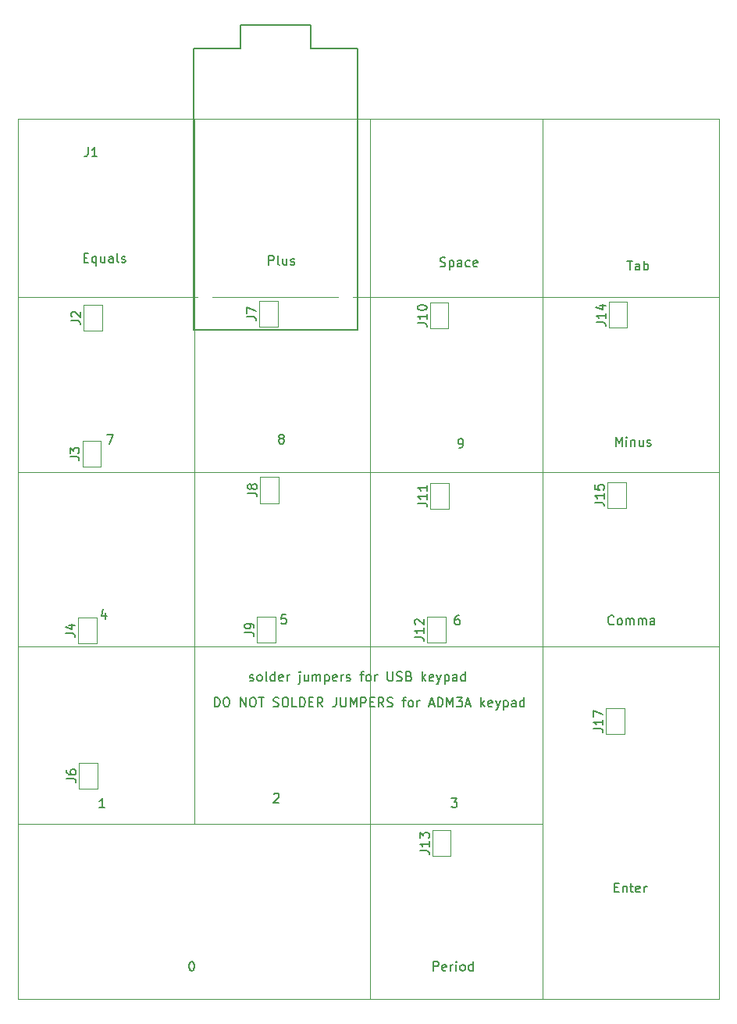
<source format=gto>
%TF.GenerationSoftware,KiCad,Pcbnew,(6.0.0)*%
%TF.CreationDate,2022-03-13T19:29:42-04:00*%
%TF.ProjectId,numpad_pcb,6e756d70-6164-45f7-9063-622e6b696361,rev?*%
%TF.SameCoordinates,Original*%
%TF.FileFunction,Legend,Top*%
%TF.FilePolarity,Positive*%
%FSLAX46Y46*%
G04 Gerber Fmt 4.6, Leading zero omitted, Abs format (unit mm)*
G04 Created by KiCad (PCBNEW (6.0.0)) date 2022-03-13 19:29:42*
%MOMM*%
%LPD*%
G01*
G04 APERTURE LIST*
G04 Aperture macros list*
%AMFreePoly0*
4,1,6,1.000000,0.000000,0.500000,-0.750000,-0.500000,-0.750000,-0.500000,0.750000,0.500000,0.750000,1.000000,0.000000,1.000000,0.000000,$1*%
%AMFreePoly1*
4,1,6,0.500000,-0.750000,-0.650000,-0.750000,-0.150000,0.000000,-0.650000,0.750000,0.500000,0.750000,0.500000,-0.750000,0.500000,-0.750000,$1*%
G04 Aperture macros list end*
%ADD10C,0.150000*%
%ADD11C,0.120000*%
%ADD12FreePoly0,90.000000*%
%ADD13FreePoly1,90.000000*%
%ADD14C,1.700000*%
%ADD15C,3.200000*%
%ADD16R,1.700000X1.700000*%
%ADD17O,1.700000X1.700000*%
%ADD18R,1.600000X1.600000*%
%ADD19C,1.600000*%
G04 APERTURE END LIST*
D10*
X130534285Y-108148380D02*
X130534285Y-107148380D01*
X130772380Y-107148380D01*
X130915238Y-107196000D01*
X131010476Y-107291238D01*
X131058095Y-107386476D01*
X131105714Y-107576952D01*
X131105714Y-107719809D01*
X131058095Y-107910285D01*
X131010476Y-108005523D01*
X130915238Y-108100761D01*
X130772380Y-108148380D01*
X130534285Y-108148380D01*
X131724761Y-107148380D02*
X131915238Y-107148380D01*
X132010476Y-107196000D01*
X132105714Y-107291238D01*
X132153333Y-107481714D01*
X132153333Y-107815047D01*
X132105714Y-108005523D01*
X132010476Y-108100761D01*
X131915238Y-108148380D01*
X131724761Y-108148380D01*
X131629523Y-108100761D01*
X131534285Y-108005523D01*
X131486666Y-107815047D01*
X131486666Y-107481714D01*
X131534285Y-107291238D01*
X131629523Y-107196000D01*
X131724761Y-107148380D01*
X133343809Y-108148380D02*
X133343809Y-107148380D01*
X133915238Y-108148380D01*
X133915238Y-107148380D01*
X134581904Y-107148380D02*
X134772380Y-107148380D01*
X134867619Y-107196000D01*
X134962857Y-107291238D01*
X135010476Y-107481714D01*
X135010476Y-107815047D01*
X134962857Y-108005523D01*
X134867619Y-108100761D01*
X134772380Y-108148380D01*
X134581904Y-108148380D01*
X134486666Y-108100761D01*
X134391428Y-108005523D01*
X134343809Y-107815047D01*
X134343809Y-107481714D01*
X134391428Y-107291238D01*
X134486666Y-107196000D01*
X134581904Y-107148380D01*
X135296190Y-107148380D02*
X135867619Y-107148380D01*
X135581904Y-108148380D02*
X135581904Y-107148380D01*
X136915238Y-108100761D02*
X137058095Y-108148380D01*
X137296190Y-108148380D01*
X137391428Y-108100761D01*
X137439047Y-108053142D01*
X137486666Y-107957904D01*
X137486666Y-107862666D01*
X137439047Y-107767428D01*
X137391428Y-107719809D01*
X137296190Y-107672190D01*
X137105714Y-107624571D01*
X137010476Y-107576952D01*
X136962857Y-107529333D01*
X136915238Y-107434095D01*
X136915238Y-107338857D01*
X136962857Y-107243619D01*
X137010476Y-107196000D01*
X137105714Y-107148380D01*
X137343809Y-107148380D01*
X137486666Y-107196000D01*
X138105714Y-107148380D02*
X138296190Y-107148380D01*
X138391428Y-107196000D01*
X138486666Y-107291238D01*
X138534285Y-107481714D01*
X138534285Y-107815047D01*
X138486666Y-108005523D01*
X138391428Y-108100761D01*
X138296190Y-108148380D01*
X138105714Y-108148380D01*
X138010476Y-108100761D01*
X137915238Y-108005523D01*
X137867619Y-107815047D01*
X137867619Y-107481714D01*
X137915238Y-107291238D01*
X138010476Y-107196000D01*
X138105714Y-107148380D01*
X139439047Y-108148380D02*
X138962857Y-108148380D01*
X138962857Y-107148380D01*
X139772380Y-108148380D02*
X139772380Y-107148380D01*
X140010476Y-107148380D01*
X140153333Y-107196000D01*
X140248571Y-107291238D01*
X140296190Y-107386476D01*
X140343809Y-107576952D01*
X140343809Y-107719809D01*
X140296190Y-107910285D01*
X140248571Y-108005523D01*
X140153333Y-108100761D01*
X140010476Y-108148380D01*
X139772380Y-108148380D01*
X140772380Y-107624571D02*
X141105714Y-107624571D01*
X141248571Y-108148380D02*
X140772380Y-108148380D01*
X140772380Y-107148380D01*
X141248571Y-107148380D01*
X142248571Y-108148380D02*
X141915238Y-107672190D01*
X141677142Y-108148380D02*
X141677142Y-107148380D01*
X142058095Y-107148380D01*
X142153333Y-107196000D01*
X142200952Y-107243619D01*
X142248571Y-107338857D01*
X142248571Y-107481714D01*
X142200952Y-107576952D01*
X142153333Y-107624571D01*
X142058095Y-107672190D01*
X141677142Y-107672190D01*
X143724761Y-107148380D02*
X143724761Y-107862666D01*
X143677142Y-108005523D01*
X143581904Y-108100761D01*
X143439047Y-108148380D01*
X143343809Y-108148380D01*
X144200952Y-107148380D02*
X144200952Y-107957904D01*
X144248571Y-108053142D01*
X144296190Y-108100761D01*
X144391428Y-108148380D01*
X144581904Y-108148380D01*
X144677142Y-108100761D01*
X144724761Y-108053142D01*
X144772380Y-107957904D01*
X144772380Y-107148380D01*
X145248571Y-108148380D02*
X145248571Y-107148380D01*
X145581904Y-107862666D01*
X145915238Y-107148380D01*
X145915238Y-108148380D01*
X146391428Y-108148380D02*
X146391428Y-107148380D01*
X146772380Y-107148380D01*
X146867619Y-107196000D01*
X146915238Y-107243619D01*
X146962857Y-107338857D01*
X146962857Y-107481714D01*
X146915238Y-107576952D01*
X146867619Y-107624571D01*
X146772380Y-107672190D01*
X146391428Y-107672190D01*
X147391428Y-107624571D02*
X147724761Y-107624571D01*
X147867619Y-108148380D02*
X147391428Y-108148380D01*
X147391428Y-107148380D01*
X147867619Y-107148380D01*
X148867619Y-108148380D02*
X148534285Y-107672190D01*
X148296190Y-108148380D02*
X148296190Y-107148380D01*
X148677142Y-107148380D01*
X148772380Y-107196000D01*
X148820000Y-107243619D01*
X148867619Y-107338857D01*
X148867619Y-107481714D01*
X148820000Y-107576952D01*
X148772380Y-107624571D01*
X148677142Y-107672190D01*
X148296190Y-107672190D01*
X149248571Y-108100761D02*
X149391428Y-108148380D01*
X149629523Y-108148380D01*
X149724761Y-108100761D01*
X149772380Y-108053142D01*
X149820000Y-107957904D01*
X149820000Y-107862666D01*
X149772380Y-107767428D01*
X149724761Y-107719809D01*
X149629523Y-107672190D01*
X149439047Y-107624571D01*
X149343809Y-107576952D01*
X149296190Y-107529333D01*
X149248571Y-107434095D01*
X149248571Y-107338857D01*
X149296190Y-107243619D01*
X149343809Y-107196000D01*
X149439047Y-107148380D01*
X149677142Y-107148380D01*
X149820000Y-107196000D01*
X150867619Y-107481714D02*
X151248571Y-107481714D01*
X151010476Y-108148380D02*
X151010476Y-107291238D01*
X151058095Y-107196000D01*
X151153333Y-107148380D01*
X151248571Y-107148380D01*
X151724761Y-108148380D02*
X151629523Y-108100761D01*
X151581904Y-108053142D01*
X151534285Y-107957904D01*
X151534285Y-107672190D01*
X151581904Y-107576952D01*
X151629523Y-107529333D01*
X151724761Y-107481714D01*
X151867619Y-107481714D01*
X151962857Y-107529333D01*
X152010476Y-107576952D01*
X152058095Y-107672190D01*
X152058095Y-107957904D01*
X152010476Y-108053142D01*
X151962857Y-108100761D01*
X151867619Y-108148380D01*
X151724761Y-108148380D01*
X152486666Y-108148380D02*
X152486666Y-107481714D01*
X152486666Y-107672190D02*
X152534285Y-107576952D01*
X152581904Y-107529333D01*
X152677142Y-107481714D01*
X152772380Y-107481714D01*
X153820000Y-107862666D02*
X154296190Y-107862666D01*
X153724761Y-108148380D02*
X154058095Y-107148380D01*
X154391428Y-108148380D01*
X154724761Y-108148380D02*
X154724761Y-107148380D01*
X154962857Y-107148380D01*
X155105714Y-107196000D01*
X155200952Y-107291238D01*
X155248571Y-107386476D01*
X155296190Y-107576952D01*
X155296190Y-107719809D01*
X155248571Y-107910285D01*
X155200952Y-108005523D01*
X155105714Y-108100761D01*
X154962857Y-108148380D01*
X154724761Y-108148380D01*
X155724761Y-108148380D02*
X155724761Y-107148380D01*
X156058095Y-107862666D01*
X156391428Y-107148380D01*
X156391428Y-108148380D01*
X156772380Y-107148380D02*
X157391428Y-107148380D01*
X157058095Y-107529333D01*
X157200952Y-107529333D01*
X157296190Y-107576952D01*
X157343809Y-107624571D01*
X157391428Y-107719809D01*
X157391428Y-107957904D01*
X157343809Y-108053142D01*
X157296190Y-108100761D01*
X157200952Y-108148380D01*
X156915238Y-108148380D01*
X156820000Y-108100761D01*
X156772380Y-108053142D01*
X157772380Y-107862666D02*
X158248571Y-107862666D01*
X157677142Y-108148380D02*
X158010476Y-107148380D01*
X158343809Y-108148380D01*
X159439047Y-108148380D02*
X159439047Y-107148380D01*
X159534285Y-107767428D02*
X159820000Y-108148380D01*
X159820000Y-107481714D02*
X159439047Y-107862666D01*
X160629523Y-108100761D02*
X160534285Y-108148380D01*
X160343809Y-108148380D01*
X160248571Y-108100761D01*
X160200952Y-108005523D01*
X160200952Y-107624571D01*
X160248571Y-107529333D01*
X160343809Y-107481714D01*
X160534285Y-107481714D01*
X160629523Y-107529333D01*
X160677142Y-107624571D01*
X160677142Y-107719809D01*
X160200952Y-107815047D01*
X161010476Y-107481714D02*
X161248571Y-108148380D01*
X161486666Y-107481714D02*
X161248571Y-108148380D01*
X161153333Y-108386476D01*
X161105714Y-108434095D01*
X161010476Y-108481714D01*
X161867619Y-107481714D02*
X161867619Y-108481714D01*
X161867619Y-107529333D02*
X161962857Y-107481714D01*
X162153333Y-107481714D01*
X162248571Y-107529333D01*
X162296190Y-107576952D01*
X162343809Y-107672190D01*
X162343809Y-107957904D01*
X162296190Y-108053142D01*
X162248571Y-108100761D01*
X162153333Y-108148380D01*
X161962857Y-108148380D01*
X161867619Y-108100761D01*
X163200952Y-108148380D02*
X163200952Y-107624571D01*
X163153333Y-107529333D01*
X163058095Y-107481714D01*
X162867619Y-107481714D01*
X162772380Y-107529333D01*
X163200952Y-108100761D02*
X163105714Y-108148380D01*
X162867619Y-108148380D01*
X162772380Y-108100761D01*
X162724761Y-108005523D01*
X162724761Y-107910285D01*
X162772380Y-107815047D01*
X162867619Y-107767428D01*
X163105714Y-107767428D01*
X163200952Y-107719809D01*
X164105714Y-108148380D02*
X164105714Y-107148380D01*
X164105714Y-108100761D02*
X164010476Y-108148380D01*
X163820000Y-108148380D01*
X163724761Y-108100761D01*
X163677142Y-108053142D01*
X163629523Y-107957904D01*
X163629523Y-107672190D01*
X163677142Y-107576952D01*
X163724761Y-107529333D01*
X163820000Y-107481714D01*
X164010476Y-107481714D01*
X164105714Y-107529333D01*
X134335714Y-105306761D02*
X134430952Y-105354380D01*
X134621428Y-105354380D01*
X134716666Y-105306761D01*
X134764285Y-105211523D01*
X134764285Y-105163904D01*
X134716666Y-105068666D01*
X134621428Y-105021047D01*
X134478571Y-105021047D01*
X134383333Y-104973428D01*
X134335714Y-104878190D01*
X134335714Y-104830571D01*
X134383333Y-104735333D01*
X134478571Y-104687714D01*
X134621428Y-104687714D01*
X134716666Y-104735333D01*
X135335714Y-105354380D02*
X135240476Y-105306761D01*
X135192857Y-105259142D01*
X135145238Y-105163904D01*
X135145238Y-104878190D01*
X135192857Y-104782952D01*
X135240476Y-104735333D01*
X135335714Y-104687714D01*
X135478571Y-104687714D01*
X135573809Y-104735333D01*
X135621428Y-104782952D01*
X135669047Y-104878190D01*
X135669047Y-105163904D01*
X135621428Y-105259142D01*
X135573809Y-105306761D01*
X135478571Y-105354380D01*
X135335714Y-105354380D01*
X136240476Y-105354380D02*
X136145238Y-105306761D01*
X136097619Y-105211523D01*
X136097619Y-104354380D01*
X137050000Y-105354380D02*
X137050000Y-104354380D01*
X137050000Y-105306761D02*
X136954761Y-105354380D01*
X136764285Y-105354380D01*
X136669047Y-105306761D01*
X136621428Y-105259142D01*
X136573809Y-105163904D01*
X136573809Y-104878190D01*
X136621428Y-104782952D01*
X136669047Y-104735333D01*
X136764285Y-104687714D01*
X136954761Y-104687714D01*
X137050000Y-104735333D01*
X137907142Y-105306761D02*
X137811904Y-105354380D01*
X137621428Y-105354380D01*
X137526190Y-105306761D01*
X137478571Y-105211523D01*
X137478571Y-104830571D01*
X137526190Y-104735333D01*
X137621428Y-104687714D01*
X137811904Y-104687714D01*
X137907142Y-104735333D01*
X137954761Y-104830571D01*
X137954761Y-104925809D01*
X137478571Y-105021047D01*
X138383333Y-105354380D02*
X138383333Y-104687714D01*
X138383333Y-104878190D02*
X138430952Y-104782952D01*
X138478571Y-104735333D01*
X138573809Y-104687714D01*
X138669047Y-104687714D01*
X139764285Y-104687714D02*
X139764285Y-105544857D01*
X139716666Y-105640095D01*
X139621428Y-105687714D01*
X139573809Y-105687714D01*
X139764285Y-104354380D02*
X139716666Y-104402000D01*
X139764285Y-104449619D01*
X139811904Y-104402000D01*
X139764285Y-104354380D01*
X139764285Y-104449619D01*
X140669047Y-104687714D02*
X140669047Y-105354380D01*
X140240476Y-104687714D02*
X140240476Y-105211523D01*
X140288095Y-105306761D01*
X140383333Y-105354380D01*
X140526190Y-105354380D01*
X140621428Y-105306761D01*
X140669047Y-105259142D01*
X141145238Y-105354380D02*
X141145238Y-104687714D01*
X141145238Y-104782952D02*
X141192857Y-104735333D01*
X141288095Y-104687714D01*
X141430952Y-104687714D01*
X141526190Y-104735333D01*
X141573809Y-104830571D01*
X141573809Y-105354380D01*
X141573809Y-104830571D02*
X141621428Y-104735333D01*
X141716666Y-104687714D01*
X141859523Y-104687714D01*
X141954761Y-104735333D01*
X142002380Y-104830571D01*
X142002380Y-105354380D01*
X142478571Y-104687714D02*
X142478571Y-105687714D01*
X142478571Y-104735333D02*
X142573809Y-104687714D01*
X142764285Y-104687714D01*
X142859523Y-104735333D01*
X142907142Y-104782952D01*
X142954761Y-104878190D01*
X142954761Y-105163904D01*
X142907142Y-105259142D01*
X142859523Y-105306761D01*
X142764285Y-105354380D01*
X142573809Y-105354380D01*
X142478571Y-105306761D01*
X143764285Y-105306761D02*
X143669047Y-105354380D01*
X143478571Y-105354380D01*
X143383333Y-105306761D01*
X143335714Y-105211523D01*
X143335714Y-104830571D01*
X143383333Y-104735333D01*
X143478571Y-104687714D01*
X143669047Y-104687714D01*
X143764285Y-104735333D01*
X143811904Y-104830571D01*
X143811904Y-104925809D01*
X143335714Y-105021047D01*
X144240476Y-105354380D02*
X144240476Y-104687714D01*
X144240476Y-104878190D02*
X144288095Y-104782952D01*
X144335714Y-104735333D01*
X144430952Y-104687714D01*
X144526190Y-104687714D01*
X144811904Y-105306761D02*
X144907142Y-105354380D01*
X145097619Y-105354380D01*
X145192857Y-105306761D01*
X145240476Y-105211523D01*
X145240476Y-105163904D01*
X145192857Y-105068666D01*
X145097619Y-105021047D01*
X144954761Y-105021047D01*
X144859523Y-104973428D01*
X144811904Y-104878190D01*
X144811904Y-104830571D01*
X144859523Y-104735333D01*
X144954761Y-104687714D01*
X145097619Y-104687714D01*
X145192857Y-104735333D01*
X146288095Y-104687714D02*
X146669047Y-104687714D01*
X146430952Y-105354380D02*
X146430952Y-104497238D01*
X146478571Y-104402000D01*
X146573809Y-104354380D01*
X146669047Y-104354380D01*
X147145238Y-105354380D02*
X147050000Y-105306761D01*
X147002380Y-105259142D01*
X146954761Y-105163904D01*
X146954761Y-104878190D01*
X147002380Y-104782952D01*
X147050000Y-104735333D01*
X147145238Y-104687714D01*
X147288095Y-104687714D01*
X147383333Y-104735333D01*
X147430952Y-104782952D01*
X147478571Y-104878190D01*
X147478571Y-105163904D01*
X147430952Y-105259142D01*
X147383333Y-105306761D01*
X147288095Y-105354380D01*
X147145238Y-105354380D01*
X147907142Y-105354380D02*
X147907142Y-104687714D01*
X147907142Y-104878190D02*
X147954761Y-104782952D01*
X148002380Y-104735333D01*
X148097619Y-104687714D01*
X148192857Y-104687714D01*
X149288095Y-104354380D02*
X149288095Y-105163904D01*
X149335714Y-105259142D01*
X149383333Y-105306761D01*
X149478571Y-105354380D01*
X149669047Y-105354380D01*
X149764285Y-105306761D01*
X149811904Y-105259142D01*
X149859523Y-105163904D01*
X149859523Y-104354380D01*
X150288095Y-105306761D02*
X150430952Y-105354380D01*
X150669047Y-105354380D01*
X150764285Y-105306761D01*
X150811904Y-105259142D01*
X150859523Y-105163904D01*
X150859523Y-105068666D01*
X150811904Y-104973428D01*
X150764285Y-104925809D01*
X150669047Y-104878190D01*
X150478571Y-104830571D01*
X150383333Y-104782952D01*
X150335714Y-104735333D01*
X150288095Y-104640095D01*
X150288095Y-104544857D01*
X150335714Y-104449619D01*
X150383333Y-104402000D01*
X150478571Y-104354380D01*
X150716666Y-104354380D01*
X150859523Y-104402000D01*
X151621428Y-104830571D02*
X151764285Y-104878190D01*
X151811904Y-104925809D01*
X151859523Y-105021047D01*
X151859523Y-105163904D01*
X151811904Y-105259142D01*
X151764285Y-105306761D01*
X151669047Y-105354380D01*
X151288095Y-105354380D01*
X151288095Y-104354380D01*
X151621428Y-104354380D01*
X151716666Y-104402000D01*
X151764285Y-104449619D01*
X151811904Y-104544857D01*
X151811904Y-104640095D01*
X151764285Y-104735333D01*
X151716666Y-104782952D01*
X151621428Y-104830571D01*
X151288095Y-104830571D01*
X153050000Y-105354380D02*
X153050000Y-104354380D01*
X153145238Y-104973428D02*
X153430952Y-105354380D01*
X153430952Y-104687714D02*
X153050000Y-105068666D01*
X154240476Y-105306761D02*
X154145238Y-105354380D01*
X153954761Y-105354380D01*
X153859523Y-105306761D01*
X153811904Y-105211523D01*
X153811904Y-104830571D01*
X153859523Y-104735333D01*
X153954761Y-104687714D01*
X154145238Y-104687714D01*
X154240476Y-104735333D01*
X154288095Y-104830571D01*
X154288095Y-104925809D01*
X153811904Y-105021047D01*
X154621428Y-104687714D02*
X154859523Y-105354380D01*
X155097619Y-104687714D02*
X154859523Y-105354380D01*
X154764285Y-105592476D01*
X154716666Y-105640095D01*
X154621428Y-105687714D01*
X155478571Y-104687714D02*
X155478571Y-105687714D01*
X155478571Y-104735333D02*
X155573809Y-104687714D01*
X155764285Y-104687714D01*
X155859523Y-104735333D01*
X155907142Y-104782952D01*
X155954761Y-104878190D01*
X155954761Y-105163904D01*
X155907142Y-105259142D01*
X155859523Y-105306761D01*
X155764285Y-105354380D01*
X155573809Y-105354380D01*
X155478571Y-105306761D01*
X156811904Y-105354380D02*
X156811904Y-104830571D01*
X156764285Y-104735333D01*
X156669047Y-104687714D01*
X156478571Y-104687714D01*
X156383333Y-104735333D01*
X156811904Y-105306761D02*
X156716666Y-105354380D01*
X156478571Y-105354380D01*
X156383333Y-105306761D01*
X156335714Y-105211523D01*
X156335714Y-105116285D01*
X156383333Y-105021047D01*
X156478571Y-104973428D01*
X156716666Y-104973428D01*
X156811904Y-104925809D01*
X157716666Y-105354380D02*
X157716666Y-104354380D01*
X157716666Y-105306761D02*
X157621428Y-105354380D01*
X157430952Y-105354380D01*
X157335714Y-105306761D01*
X157288095Y-105259142D01*
X157240476Y-105163904D01*
X157240476Y-104878190D01*
X157288095Y-104782952D01*
X157335714Y-104735333D01*
X157430952Y-104687714D01*
X157621428Y-104687714D01*
X157716666Y-104735333D01*
%TO.C,J11*%
X152592380Y-86116523D02*
X153306666Y-86116523D01*
X153449523Y-86164142D01*
X153544761Y-86259380D01*
X153592380Y-86402238D01*
X153592380Y-86497476D01*
X153592380Y-85116523D02*
X153592380Y-85687952D01*
X153592380Y-85402238D02*
X152592380Y-85402238D01*
X152735238Y-85497476D01*
X152830476Y-85592714D01*
X152878095Y-85687952D01*
X153592380Y-84164142D02*
X153592380Y-84735571D01*
X153592380Y-84449857D02*
X152592380Y-84449857D01*
X152735238Y-84545095D01*
X152830476Y-84640333D01*
X152878095Y-84735571D01*
%TO.C,J7*%
X134024980Y-65890733D02*
X134739266Y-65890733D01*
X134882123Y-65938352D01*
X134977361Y-66033590D01*
X135024980Y-66176447D01*
X135024980Y-66271685D01*
X134024980Y-65509780D02*
X134024980Y-64843114D01*
X135024980Y-65271685D01*
%TO.C,J8*%
X134126580Y-85016933D02*
X134840866Y-85016933D01*
X134983723Y-85064552D01*
X135078961Y-85159790D01*
X135126580Y-85302647D01*
X135126580Y-85397885D01*
X134555152Y-84397885D02*
X134507533Y-84493123D01*
X134459914Y-84540742D01*
X134364676Y-84588361D01*
X134317057Y-84588361D01*
X134221819Y-84540742D01*
X134174200Y-84493123D01*
X134126580Y-84397885D01*
X134126580Y-84207409D01*
X134174200Y-84112171D01*
X134221819Y-84064552D01*
X134317057Y-84016933D01*
X134364676Y-84016933D01*
X134459914Y-84064552D01*
X134507533Y-84112171D01*
X134555152Y-84207409D01*
X134555152Y-84397885D01*
X134602771Y-84493123D01*
X134650390Y-84540742D01*
X134745628Y-84588361D01*
X134936104Y-84588361D01*
X135031342Y-84540742D01*
X135078961Y-84493123D01*
X135126580Y-84397885D01*
X135126580Y-84207409D01*
X135078961Y-84112171D01*
X135031342Y-84064552D01*
X134936104Y-84016933D01*
X134745628Y-84016933D01*
X134650390Y-84064552D01*
X134602771Y-84112171D01*
X134555152Y-84207409D01*
%TO.C,J15*%
X171769380Y-86026523D02*
X172483666Y-86026523D01*
X172626523Y-86074142D01*
X172721761Y-86169380D01*
X172769380Y-86312238D01*
X172769380Y-86407476D01*
X172769380Y-85026523D02*
X172769380Y-85597952D01*
X172769380Y-85312238D02*
X171769380Y-85312238D01*
X171912238Y-85407476D01*
X172007476Y-85502714D01*
X172055095Y-85597952D01*
X171769380Y-84121761D02*
X171769380Y-84597952D01*
X172245571Y-84645571D01*
X172197952Y-84597952D01*
X172150333Y-84502714D01*
X172150333Y-84264619D01*
X172197952Y-84169380D01*
X172245571Y-84121761D01*
X172340809Y-84074142D01*
X172578904Y-84074142D01*
X172674142Y-84121761D01*
X172721761Y-84169380D01*
X172769380Y-84264619D01*
X172769380Y-84502714D01*
X172721761Y-84597952D01*
X172674142Y-84645571D01*
%TO.C,J14*%
X171921780Y-66519323D02*
X172636066Y-66519323D01*
X172778923Y-66566942D01*
X172874161Y-66662180D01*
X172921780Y-66805038D01*
X172921780Y-66900276D01*
X172921780Y-65519323D02*
X172921780Y-66090752D01*
X172921780Y-65805038D02*
X171921780Y-65805038D01*
X172064638Y-65900276D01*
X172159876Y-65995514D01*
X172207495Y-66090752D01*
X172255114Y-64662180D02*
X172921780Y-64662180D01*
X171874161Y-64900276D02*
X172588447Y-65138371D01*
X172588447Y-64519323D01*
%TO.C,J1*%
X116796666Y-47542380D02*
X116796666Y-48256666D01*
X116749047Y-48399523D01*
X116653809Y-48494761D01*
X116510952Y-48542380D01*
X116415714Y-48542380D01*
X117796666Y-48542380D02*
X117225238Y-48542380D01*
X117510952Y-48542380D02*
X117510952Y-47542380D01*
X117415714Y-47685238D01*
X117320476Y-47780476D01*
X117225238Y-47828095D01*
X118700476Y-97975714D02*
X118700476Y-98642380D01*
X118462380Y-97594761D02*
X118224285Y-98309047D01*
X118843333Y-98309047D01*
X173811428Y-99177142D02*
X173763809Y-99224761D01*
X173620952Y-99272380D01*
X173525714Y-99272380D01*
X173382857Y-99224761D01*
X173287619Y-99129523D01*
X173240000Y-99034285D01*
X173192380Y-98843809D01*
X173192380Y-98700952D01*
X173240000Y-98510476D01*
X173287619Y-98415238D01*
X173382857Y-98320000D01*
X173525714Y-98272380D01*
X173620952Y-98272380D01*
X173763809Y-98320000D01*
X173811428Y-98367619D01*
X174382857Y-99272380D02*
X174287619Y-99224761D01*
X174240000Y-99177142D01*
X174192380Y-99081904D01*
X174192380Y-98796190D01*
X174240000Y-98700952D01*
X174287619Y-98653333D01*
X174382857Y-98605714D01*
X174525714Y-98605714D01*
X174620952Y-98653333D01*
X174668571Y-98700952D01*
X174716190Y-98796190D01*
X174716190Y-99081904D01*
X174668571Y-99177142D01*
X174620952Y-99224761D01*
X174525714Y-99272380D01*
X174382857Y-99272380D01*
X175144761Y-99272380D02*
X175144761Y-98605714D01*
X175144761Y-98700952D02*
X175192380Y-98653333D01*
X175287619Y-98605714D01*
X175430476Y-98605714D01*
X175525714Y-98653333D01*
X175573333Y-98748571D01*
X175573333Y-99272380D01*
X175573333Y-98748571D02*
X175620952Y-98653333D01*
X175716190Y-98605714D01*
X175859047Y-98605714D01*
X175954285Y-98653333D01*
X176001904Y-98748571D01*
X176001904Y-99272380D01*
X176478095Y-99272380D02*
X176478095Y-98605714D01*
X176478095Y-98700952D02*
X176525714Y-98653333D01*
X176620952Y-98605714D01*
X176763809Y-98605714D01*
X176859047Y-98653333D01*
X176906666Y-98748571D01*
X176906666Y-99272380D01*
X176906666Y-98748571D02*
X176954285Y-98653333D01*
X177049523Y-98605714D01*
X177192380Y-98605714D01*
X177287619Y-98653333D01*
X177335238Y-98748571D01*
X177335238Y-99272380D01*
X178240000Y-99272380D02*
X178240000Y-98748571D01*
X178192380Y-98653333D01*
X178097142Y-98605714D01*
X177906666Y-98605714D01*
X177811428Y-98653333D01*
X178240000Y-99224761D02*
X178144761Y-99272380D01*
X177906666Y-99272380D01*
X177811428Y-99224761D01*
X177763809Y-99129523D01*
X177763809Y-99034285D01*
X177811428Y-98939047D01*
X177906666Y-98891428D01*
X178144761Y-98891428D01*
X178240000Y-98843809D01*
X118615714Y-119062380D02*
X118044285Y-119062380D01*
X118330000Y-119062380D02*
X118330000Y-118062380D01*
X118234761Y-118205238D01*
X118139523Y-118300476D01*
X118044285Y-118348095D01*
X174049047Y-79922380D02*
X174049047Y-78922380D01*
X174382380Y-79636666D01*
X174715714Y-78922380D01*
X174715714Y-79922380D01*
X175191904Y-79922380D02*
X175191904Y-79255714D01*
X175191904Y-78922380D02*
X175144285Y-78970000D01*
X175191904Y-79017619D01*
X175239523Y-78970000D01*
X175191904Y-78922380D01*
X175191904Y-79017619D01*
X175668095Y-79255714D02*
X175668095Y-79922380D01*
X175668095Y-79350952D02*
X175715714Y-79303333D01*
X175810952Y-79255714D01*
X175953809Y-79255714D01*
X176049047Y-79303333D01*
X176096666Y-79398571D01*
X176096666Y-79922380D01*
X177001428Y-79255714D02*
X177001428Y-79922380D01*
X176572857Y-79255714D02*
X176572857Y-79779523D01*
X176620476Y-79874761D01*
X176715714Y-79922380D01*
X176858571Y-79922380D01*
X176953809Y-79874761D01*
X177001428Y-79827142D01*
X177430000Y-79874761D02*
X177525238Y-79922380D01*
X177715714Y-79922380D01*
X177810952Y-79874761D01*
X177858571Y-79779523D01*
X177858571Y-79731904D01*
X177810952Y-79636666D01*
X177715714Y-79589047D01*
X177572857Y-79589047D01*
X177477619Y-79541428D01*
X177430000Y-79446190D01*
X177430000Y-79398571D01*
X177477619Y-79303333D01*
X177572857Y-79255714D01*
X177715714Y-79255714D01*
X177810952Y-79303333D01*
X173879523Y-127718571D02*
X174212857Y-127718571D01*
X174355714Y-128242380D02*
X173879523Y-128242380D01*
X173879523Y-127242380D01*
X174355714Y-127242380D01*
X174784285Y-127575714D02*
X174784285Y-128242380D01*
X174784285Y-127670952D02*
X174831904Y-127623333D01*
X174927142Y-127575714D01*
X175070000Y-127575714D01*
X175165238Y-127623333D01*
X175212857Y-127718571D01*
X175212857Y-128242380D01*
X175546190Y-127575714D02*
X175927142Y-127575714D01*
X175689047Y-127242380D02*
X175689047Y-128099523D01*
X175736666Y-128194761D01*
X175831904Y-128242380D01*
X175927142Y-128242380D01*
X176641428Y-128194761D02*
X176546190Y-128242380D01*
X176355714Y-128242380D01*
X176260476Y-128194761D01*
X176212857Y-128099523D01*
X176212857Y-127718571D01*
X176260476Y-127623333D01*
X176355714Y-127575714D01*
X176546190Y-127575714D01*
X176641428Y-127623333D01*
X176689047Y-127718571D01*
X176689047Y-127813809D01*
X176212857Y-127909047D01*
X177117619Y-128242380D02*
X177117619Y-127575714D01*
X177117619Y-127766190D02*
X177165238Y-127670952D01*
X177212857Y-127623333D01*
X177308095Y-127575714D01*
X177403333Y-127575714D01*
X136389047Y-60302380D02*
X136389047Y-59302380D01*
X136770000Y-59302380D01*
X136865238Y-59350000D01*
X136912857Y-59397619D01*
X136960476Y-59492857D01*
X136960476Y-59635714D01*
X136912857Y-59730952D01*
X136865238Y-59778571D01*
X136770000Y-59826190D01*
X136389047Y-59826190D01*
X137531904Y-60302380D02*
X137436666Y-60254761D01*
X137389047Y-60159523D01*
X137389047Y-59302380D01*
X138341428Y-59635714D02*
X138341428Y-60302380D01*
X137912857Y-59635714D02*
X137912857Y-60159523D01*
X137960476Y-60254761D01*
X138055714Y-60302380D01*
X138198571Y-60302380D01*
X138293809Y-60254761D01*
X138341428Y-60207142D01*
X138770000Y-60254761D02*
X138865238Y-60302380D01*
X139055714Y-60302380D01*
X139150952Y-60254761D01*
X139198571Y-60159523D01*
X139198571Y-60111904D01*
X139150952Y-60016666D01*
X139055714Y-59969047D01*
X138912857Y-59969047D01*
X138817619Y-59921428D01*
X138770000Y-59826190D01*
X138770000Y-59778571D01*
X138817619Y-59683333D01*
X138912857Y-59635714D01*
X139055714Y-59635714D01*
X139150952Y-59683333D01*
X136944285Y-117617619D02*
X136991904Y-117570000D01*
X137087142Y-117522380D01*
X137325238Y-117522380D01*
X137420476Y-117570000D01*
X137468095Y-117617619D01*
X137515714Y-117712857D01*
X137515714Y-117808095D01*
X137468095Y-117950952D01*
X136896666Y-118522380D01*
X137515714Y-118522380D01*
X138278095Y-98182380D02*
X137801904Y-98182380D01*
X137754285Y-98658571D01*
X137801904Y-98610952D01*
X137897142Y-98563333D01*
X138135238Y-98563333D01*
X138230476Y-98610952D01*
X138278095Y-98658571D01*
X138325714Y-98753809D01*
X138325714Y-98991904D01*
X138278095Y-99087142D01*
X138230476Y-99134761D01*
X138135238Y-99182380D01*
X137897142Y-99182380D01*
X137801904Y-99134761D01*
X137754285Y-99087142D01*
X154257142Y-136752380D02*
X154257142Y-135752380D01*
X154638095Y-135752380D01*
X154733333Y-135800000D01*
X154780952Y-135847619D01*
X154828571Y-135942857D01*
X154828571Y-136085714D01*
X154780952Y-136180952D01*
X154733333Y-136228571D01*
X154638095Y-136276190D01*
X154257142Y-136276190D01*
X155638095Y-136704761D02*
X155542857Y-136752380D01*
X155352380Y-136752380D01*
X155257142Y-136704761D01*
X155209523Y-136609523D01*
X155209523Y-136228571D01*
X155257142Y-136133333D01*
X155352380Y-136085714D01*
X155542857Y-136085714D01*
X155638095Y-136133333D01*
X155685714Y-136228571D01*
X155685714Y-136323809D01*
X155209523Y-136419047D01*
X156114285Y-136752380D02*
X156114285Y-136085714D01*
X156114285Y-136276190D02*
X156161904Y-136180952D01*
X156209523Y-136133333D01*
X156304761Y-136085714D01*
X156400000Y-136085714D01*
X156733333Y-136752380D02*
X156733333Y-136085714D01*
X156733333Y-135752380D02*
X156685714Y-135800000D01*
X156733333Y-135847619D01*
X156780952Y-135800000D01*
X156733333Y-135752380D01*
X156733333Y-135847619D01*
X157352380Y-136752380D02*
X157257142Y-136704761D01*
X157209523Y-136657142D01*
X157161904Y-136561904D01*
X157161904Y-136276190D01*
X157209523Y-136180952D01*
X157257142Y-136133333D01*
X157352380Y-136085714D01*
X157495238Y-136085714D01*
X157590476Y-136133333D01*
X157638095Y-136180952D01*
X157685714Y-136276190D01*
X157685714Y-136561904D01*
X157638095Y-136657142D01*
X157590476Y-136704761D01*
X157495238Y-136752380D01*
X157352380Y-136752380D01*
X158542857Y-136752380D02*
X158542857Y-135752380D01*
X158542857Y-136704761D02*
X158447619Y-136752380D01*
X158257142Y-136752380D01*
X158161904Y-136704761D01*
X158114285Y-136657142D01*
X158066666Y-136561904D01*
X158066666Y-136276190D01*
X158114285Y-136180952D01*
X158161904Y-136133333D01*
X158257142Y-136085714D01*
X158447619Y-136085714D01*
X158542857Y-136133333D01*
X118896666Y-78652380D02*
X119563333Y-78652380D01*
X119134761Y-79652380D01*
X156206666Y-118062380D02*
X156825714Y-118062380D01*
X156492380Y-118443333D01*
X156635238Y-118443333D01*
X156730476Y-118490952D01*
X156778095Y-118538571D01*
X156825714Y-118633809D01*
X156825714Y-118871904D01*
X156778095Y-118967142D01*
X156730476Y-119014761D01*
X156635238Y-119062380D01*
X156349523Y-119062380D01*
X156254285Y-119014761D01*
X156206666Y-118967142D01*
X137674761Y-79080952D02*
X137579523Y-79033333D01*
X137531904Y-78985714D01*
X137484285Y-78890476D01*
X137484285Y-78842857D01*
X137531904Y-78747619D01*
X137579523Y-78700000D01*
X137674761Y-78652380D01*
X137865238Y-78652380D01*
X137960476Y-78700000D01*
X138008095Y-78747619D01*
X138055714Y-78842857D01*
X138055714Y-78890476D01*
X138008095Y-78985714D01*
X137960476Y-79033333D01*
X137865238Y-79080952D01*
X137674761Y-79080952D01*
X137579523Y-79128571D01*
X137531904Y-79176190D01*
X137484285Y-79271428D01*
X137484285Y-79461904D01*
X137531904Y-79557142D01*
X137579523Y-79604761D01*
X137674761Y-79652380D01*
X137865238Y-79652380D01*
X137960476Y-79604761D01*
X138008095Y-79557142D01*
X138055714Y-79461904D01*
X138055714Y-79271428D01*
X138008095Y-79176190D01*
X137960476Y-79128571D01*
X137865238Y-79080952D01*
X157019523Y-80102380D02*
X157210000Y-80102380D01*
X157305238Y-80054761D01*
X157352857Y-80007142D01*
X157448095Y-79864285D01*
X157495714Y-79673809D01*
X157495714Y-79292857D01*
X157448095Y-79197619D01*
X157400476Y-79150000D01*
X157305238Y-79102380D01*
X157114761Y-79102380D01*
X157019523Y-79150000D01*
X156971904Y-79197619D01*
X156924285Y-79292857D01*
X156924285Y-79530952D01*
X156971904Y-79626190D01*
X157019523Y-79673809D01*
X157114761Y-79721428D01*
X157305238Y-79721428D01*
X157400476Y-79673809D01*
X157448095Y-79626190D01*
X157495714Y-79530952D01*
X116361904Y-59508571D02*
X116695238Y-59508571D01*
X116838095Y-60032380D02*
X116361904Y-60032380D01*
X116361904Y-59032380D01*
X116838095Y-59032380D01*
X117695238Y-59365714D02*
X117695238Y-60365714D01*
X117695238Y-59984761D02*
X117600000Y-60032380D01*
X117409523Y-60032380D01*
X117314285Y-59984761D01*
X117266666Y-59937142D01*
X117219047Y-59841904D01*
X117219047Y-59556190D01*
X117266666Y-59460952D01*
X117314285Y-59413333D01*
X117409523Y-59365714D01*
X117600000Y-59365714D01*
X117695238Y-59413333D01*
X118600000Y-59365714D02*
X118600000Y-60032380D01*
X118171428Y-59365714D02*
X118171428Y-59889523D01*
X118219047Y-59984761D01*
X118314285Y-60032380D01*
X118457142Y-60032380D01*
X118552380Y-59984761D01*
X118600000Y-59937142D01*
X119504761Y-60032380D02*
X119504761Y-59508571D01*
X119457142Y-59413333D01*
X119361904Y-59365714D01*
X119171428Y-59365714D01*
X119076190Y-59413333D01*
X119504761Y-59984761D02*
X119409523Y-60032380D01*
X119171428Y-60032380D01*
X119076190Y-59984761D01*
X119028571Y-59889523D01*
X119028571Y-59794285D01*
X119076190Y-59699047D01*
X119171428Y-59651428D01*
X119409523Y-59651428D01*
X119504761Y-59603809D01*
X120123809Y-60032380D02*
X120028571Y-59984761D01*
X119980952Y-59889523D01*
X119980952Y-59032380D01*
X120457142Y-59984761D02*
X120552380Y-60032380D01*
X120742857Y-60032380D01*
X120838095Y-59984761D01*
X120885714Y-59889523D01*
X120885714Y-59841904D01*
X120838095Y-59746666D01*
X120742857Y-59699047D01*
X120600000Y-59699047D01*
X120504761Y-59651428D01*
X120457142Y-59556190D01*
X120457142Y-59508571D01*
X120504761Y-59413333D01*
X120600000Y-59365714D01*
X120742857Y-59365714D01*
X120838095Y-59413333D01*
X154982380Y-60434761D02*
X155125238Y-60482380D01*
X155363333Y-60482380D01*
X155458571Y-60434761D01*
X155506190Y-60387142D01*
X155553809Y-60291904D01*
X155553809Y-60196666D01*
X155506190Y-60101428D01*
X155458571Y-60053809D01*
X155363333Y-60006190D01*
X155172857Y-59958571D01*
X155077619Y-59910952D01*
X155030000Y-59863333D01*
X154982380Y-59768095D01*
X154982380Y-59672857D01*
X155030000Y-59577619D01*
X155077619Y-59530000D01*
X155172857Y-59482380D01*
X155410952Y-59482380D01*
X155553809Y-59530000D01*
X155982380Y-59815714D02*
X155982380Y-60815714D01*
X155982380Y-59863333D02*
X156077619Y-59815714D01*
X156268095Y-59815714D01*
X156363333Y-59863333D01*
X156410952Y-59910952D01*
X156458571Y-60006190D01*
X156458571Y-60291904D01*
X156410952Y-60387142D01*
X156363333Y-60434761D01*
X156268095Y-60482380D01*
X156077619Y-60482380D01*
X155982380Y-60434761D01*
X157315714Y-60482380D02*
X157315714Y-59958571D01*
X157268095Y-59863333D01*
X157172857Y-59815714D01*
X156982380Y-59815714D01*
X156887142Y-59863333D01*
X157315714Y-60434761D02*
X157220476Y-60482380D01*
X156982380Y-60482380D01*
X156887142Y-60434761D01*
X156839523Y-60339523D01*
X156839523Y-60244285D01*
X156887142Y-60149047D01*
X156982380Y-60101428D01*
X157220476Y-60101428D01*
X157315714Y-60053809D01*
X158220476Y-60434761D02*
X158125238Y-60482380D01*
X157934761Y-60482380D01*
X157839523Y-60434761D01*
X157791904Y-60387142D01*
X157744285Y-60291904D01*
X157744285Y-60006190D01*
X157791904Y-59910952D01*
X157839523Y-59863333D01*
X157934761Y-59815714D01*
X158125238Y-59815714D01*
X158220476Y-59863333D01*
X159030000Y-60434761D02*
X158934761Y-60482380D01*
X158744285Y-60482380D01*
X158649047Y-60434761D01*
X158601428Y-60339523D01*
X158601428Y-59958571D01*
X158649047Y-59863333D01*
X158744285Y-59815714D01*
X158934761Y-59815714D01*
X159030000Y-59863333D01*
X159077619Y-59958571D01*
X159077619Y-60053809D01*
X158601428Y-60149047D01*
X157040476Y-98272380D02*
X156850000Y-98272380D01*
X156754761Y-98320000D01*
X156707142Y-98367619D01*
X156611904Y-98510476D01*
X156564285Y-98700952D01*
X156564285Y-99081904D01*
X156611904Y-99177142D01*
X156659523Y-99224761D01*
X156754761Y-99272380D01*
X156945238Y-99272380D01*
X157040476Y-99224761D01*
X157088095Y-99177142D01*
X157135714Y-99081904D01*
X157135714Y-98843809D01*
X157088095Y-98748571D01*
X157040476Y-98700952D01*
X156945238Y-98653333D01*
X156754761Y-98653333D01*
X156659523Y-98700952D01*
X156611904Y-98748571D01*
X156564285Y-98843809D01*
X128002380Y-135752380D02*
X128097619Y-135752380D01*
X128192857Y-135800000D01*
X128240476Y-135847619D01*
X128288095Y-135942857D01*
X128335714Y-136133333D01*
X128335714Y-136371428D01*
X128288095Y-136561904D01*
X128240476Y-136657142D01*
X128192857Y-136704761D01*
X128097619Y-136752380D01*
X128002380Y-136752380D01*
X127907142Y-136704761D01*
X127859523Y-136657142D01*
X127811904Y-136561904D01*
X127764285Y-136371428D01*
X127764285Y-136133333D01*
X127811904Y-135942857D01*
X127859523Y-135847619D01*
X127907142Y-135800000D01*
X128002380Y-135752380D01*
X175279523Y-59842380D02*
X175850952Y-59842380D01*
X175565238Y-60842380D02*
X175565238Y-59842380D01*
X176612857Y-60842380D02*
X176612857Y-60318571D01*
X176565238Y-60223333D01*
X176470000Y-60175714D01*
X176279523Y-60175714D01*
X176184285Y-60223333D01*
X176612857Y-60794761D02*
X176517619Y-60842380D01*
X176279523Y-60842380D01*
X176184285Y-60794761D01*
X176136666Y-60699523D01*
X176136666Y-60604285D01*
X176184285Y-60509047D01*
X176279523Y-60461428D01*
X176517619Y-60461428D01*
X176612857Y-60413809D01*
X177089047Y-60842380D02*
X177089047Y-59842380D01*
X177089047Y-60223333D02*
X177184285Y-60175714D01*
X177374761Y-60175714D01*
X177470000Y-60223333D01*
X177517619Y-60270952D01*
X177565238Y-60366190D01*
X177565238Y-60651904D01*
X177517619Y-60747142D01*
X177470000Y-60794761D01*
X177374761Y-60842380D01*
X177184285Y-60842380D01*
X177089047Y-60794761D01*
%TO.C,J9*%
X133796380Y-100129933D02*
X134510666Y-100129933D01*
X134653523Y-100177552D01*
X134748761Y-100272790D01*
X134796380Y-100415647D01*
X134796380Y-100510885D01*
X134796380Y-99606123D02*
X134796380Y-99415647D01*
X134748761Y-99320409D01*
X134701142Y-99272790D01*
X134558285Y-99177552D01*
X134367809Y-99129933D01*
X133986857Y-99129933D01*
X133891619Y-99177552D01*
X133844000Y-99225171D01*
X133796380Y-99320409D01*
X133796380Y-99510885D01*
X133844000Y-99606123D01*
X133891619Y-99653742D01*
X133986857Y-99701361D01*
X134224952Y-99701361D01*
X134320190Y-99653742D01*
X134367809Y-99606123D01*
X134415428Y-99510885D01*
X134415428Y-99320409D01*
X134367809Y-99225171D01*
X134320190Y-99177552D01*
X134224952Y-99129933D01*
%TO.C,J10*%
X152541580Y-66595523D02*
X153255866Y-66595523D01*
X153398723Y-66643142D01*
X153493961Y-66738380D01*
X153541580Y-66881238D01*
X153541580Y-66976476D01*
X153541580Y-65595523D02*
X153541580Y-66166952D01*
X153541580Y-65881238D02*
X152541580Y-65881238D01*
X152684438Y-65976476D01*
X152779676Y-66071714D01*
X152827295Y-66166952D01*
X152541580Y-64976476D02*
X152541580Y-64881238D01*
X152589200Y-64786000D01*
X152636819Y-64738380D01*
X152732057Y-64690761D01*
X152922533Y-64643142D01*
X153160628Y-64643142D01*
X153351104Y-64690761D01*
X153446342Y-64738380D01*
X153493961Y-64786000D01*
X153541580Y-64881238D01*
X153541580Y-64976476D01*
X153493961Y-65071714D01*
X153446342Y-65119333D01*
X153351104Y-65166952D01*
X153160628Y-65214571D01*
X152922533Y-65214571D01*
X152732057Y-65166952D01*
X152636819Y-65119333D01*
X152589200Y-65071714D01*
X152541580Y-64976476D01*
%TO.C,J6*%
X114492380Y-115940333D02*
X115206666Y-115940333D01*
X115349523Y-115987952D01*
X115444761Y-116083190D01*
X115492380Y-116226047D01*
X115492380Y-116321285D01*
X114492380Y-115035571D02*
X114492380Y-115226047D01*
X114540000Y-115321285D01*
X114587619Y-115368904D01*
X114730476Y-115464142D01*
X114920952Y-115511761D01*
X115301904Y-115511761D01*
X115397142Y-115464142D01*
X115444761Y-115416523D01*
X115492380Y-115321285D01*
X115492380Y-115130809D01*
X115444761Y-115035571D01*
X115397142Y-114987952D01*
X115301904Y-114940333D01*
X115063809Y-114940333D01*
X114968571Y-114987952D01*
X114920952Y-115035571D01*
X114873333Y-115130809D01*
X114873333Y-115321285D01*
X114920952Y-115416523D01*
X114968571Y-115464142D01*
X115063809Y-115511761D01*
%TO.C,J13*%
X152795580Y-123720123D02*
X153509866Y-123720123D01*
X153652723Y-123767742D01*
X153747961Y-123862980D01*
X153795580Y-124005838D01*
X153795580Y-124101076D01*
X153795580Y-122720123D02*
X153795580Y-123291552D01*
X153795580Y-123005838D02*
X152795580Y-123005838D01*
X152938438Y-123101076D01*
X153033676Y-123196314D01*
X153081295Y-123291552D01*
X152795580Y-122386790D02*
X152795580Y-121767742D01*
X153176533Y-122101076D01*
X153176533Y-121958219D01*
X153224152Y-121862980D01*
X153271771Y-121815361D01*
X153367009Y-121767742D01*
X153605104Y-121767742D01*
X153700342Y-121815361D01*
X153747961Y-121862980D01*
X153795580Y-121958219D01*
X153795580Y-122243933D01*
X153747961Y-122339171D01*
X153700342Y-122386790D01*
%TO.C,J4*%
X114390780Y-100206133D02*
X115105066Y-100206133D01*
X115247923Y-100253752D01*
X115343161Y-100348990D01*
X115390780Y-100491847D01*
X115390780Y-100587085D01*
X114724114Y-99301371D02*
X115390780Y-99301371D01*
X114343161Y-99539466D02*
X115057447Y-99777561D01*
X115057447Y-99158514D01*
%TO.C,J17*%
X171642380Y-110537523D02*
X172356666Y-110537523D01*
X172499523Y-110585142D01*
X172594761Y-110680380D01*
X172642380Y-110823238D01*
X172642380Y-110918476D01*
X172642380Y-109537523D02*
X172642380Y-110108952D01*
X172642380Y-109823238D02*
X171642380Y-109823238D01*
X171785238Y-109918476D01*
X171880476Y-110013714D01*
X171928095Y-110108952D01*
X171642380Y-109204190D02*
X171642380Y-108537523D01*
X172642380Y-108966095D01*
%TO.C,J12*%
X152211380Y-100606123D02*
X152925666Y-100606123D01*
X153068523Y-100653742D01*
X153163761Y-100748980D01*
X153211380Y-100891838D01*
X153211380Y-100987076D01*
X153211380Y-99606123D02*
X153211380Y-100177552D01*
X153211380Y-99891838D02*
X152211380Y-99891838D01*
X152354238Y-99987076D01*
X152449476Y-100082314D01*
X152497095Y-100177552D01*
X152306619Y-99225171D02*
X152259000Y-99177552D01*
X152211380Y-99082314D01*
X152211380Y-98844219D01*
X152259000Y-98748980D01*
X152306619Y-98701361D01*
X152401857Y-98653742D01*
X152497095Y-98653742D01*
X152639952Y-98701361D01*
X153211380Y-99272790D01*
X153211380Y-98653742D01*
%TO.C,J3*%
X114847980Y-81079933D02*
X115562266Y-81079933D01*
X115705123Y-81127552D01*
X115800361Y-81222790D01*
X115847980Y-81365647D01*
X115847980Y-81460885D01*
X114847980Y-80698980D02*
X114847980Y-80079933D01*
X115228933Y-80413266D01*
X115228933Y-80270409D01*
X115276552Y-80175171D01*
X115324171Y-80127552D01*
X115419409Y-80079933D01*
X115657504Y-80079933D01*
X115752742Y-80127552D01*
X115800361Y-80175171D01*
X115847980Y-80270409D01*
X115847980Y-80556123D01*
X115800361Y-80651361D01*
X115752742Y-80698980D01*
%TO.C,J2*%
X114974980Y-66347933D02*
X115689266Y-66347933D01*
X115832123Y-66395552D01*
X115927361Y-66490790D01*
X115974980Y-66633647D01*
X115974980Y-66728885D01*
X115070219Y-65919361D02*
X115022600Y-65871742D01*
X114974980Y-65776504D01*
X114974980Y-65538409D01*
X115022600Y-65443171D01*
X115070219Y-65395552D01*
X115165457Y-65347933D01*
X115260695Y-65347933D01*
X115403552Y-65395552D01*
X115974980Y-65966980D01*
X115974980Y-65347933D01*
D11*
%TO.C,J11*%
X155940000Y-83907000D02*
X155940000Y-86707000D01*
X153940000Y-86707000D02*
X153940000Y-83907000D01*
X153940000Y-83907000D02*
X155940000Y-83907000D01*
X155940000Y-86707000D02*
X153940000Y-86707000D01*
%TO.C,J7*%
X135372600Y-64157400D02*
X137372600Y-64157400D01*
X135372600Y-66957400D02*
X135372600Y-64157400D01*
X137372600Y-66957400D02*
X135372600Y-66957400D01*
X137372600Y-64157400D02*
X137372600Y-66957400D01*
%TO.C,J8*%
X137474200Y-86083600D02*
X135474200Y-86083600D01*
X137474200Y-83283600D02*
X137474200Y-86083600D01*
X135474200Y-83283600D02*
X137474200Y-83283600D01*
X135474200Y-86083600D02*
X135474200Y-83283600D01*
%TO.C,J15*%
X175117000Y-86617000D02*
X173117000Y-86617000D01*
X175117000Y-83817000D02*
X175117000Y-86617000D01*
X173117000Y-83817000D02*
X175117000Y-83817000D01*
X173117000Y-86617000D02*
X173117000Y-83817000D01*
%TO.C,J14*%
X173269400Y-64309800D02*
X175269400Y-64309800D01*
X173269400Y-67109800D02*
X173269400Y-64309800D01*
X175269400Y-67109800D02*
X173269400Y-67109800D01*
X175269400Y-64309800D02*
X175269400Y-67109800D01*
%TO.C,J1*%
X185220000Y-44450000D02*
X185220000Y-139810000D01*
X109220000Y-82740000D02*
X185220000Y-82740000D01*
X109220000Y-44450000D02*
X185220000Y-44440000D01*
X185220000Y-139810000D02*
X109220000Y-139810000D01*
X128310000Y-44450000D02*
X128310000Y-120820000D01*
X147400000Y-44450000D02*
X147400000Y-139810000D01*
X109220000Y-139810000D02*
X109220000Y-44450000D01*
X109220000Y-63730000D02*
X185220000Y-63730000D01*
X166130000Y-44450000D02*
X166130000Y-139810000D01*
X109220000Y-101640000D02*
X185220000Y-101640000D01*
X109220000Y-120820000D02*
X166130000Y-120820000D01*
%TO.C,J9*%
X137144000Y-101196600D02*
X135144000Y-101196600D01*
X135144000Y-101196600D02*
X135144000Y-98396600D01*
X135144000Y-98396600D02*
X137144000Y-98396600D01*
X137144000Y-98396600D02*
X137144000Y-101196600D01*
%TO.C,J10*%
X155889200Y-67186000D02*
X153889200Y-67186000D01*
X153889200Y-64386000D02*
X155889200Y-64386000D01*
X155889200Y-64386000D02*
X155889200Y-67186000D01*
X153889200Y-67186000D02*
X153889200Y-64386000D01*
%TO.C,J6*%
X115840000Y-114207000D02*
X117840000Y-114207000D01*
X115840000Y-117007000D02*
X115840000Y-114207000D01*
X117840000Y-117007000D02*
X115840000Y-117007000D01*
X117840000Y-114207000D02*
X117840000Y-117007000D01*
%TO.C,J13*%
X156143200Y-121510600D02*
X156143200Y-124310600D01*
X154143200Y-124310600D02*
X154143200Y-121510600D01*
X156143200Y-124310600D02*
X154143200Y-124310600D01*
X154143200Y-121510600D02*
X156143200Y-121510600D01*
%TO.C,J4*%
X115738400Y-101272800D02*
X115738400Y-98472800D01*
X117738400Y-101272800D02*
X115738400Y-101272800D01*
X115738400Y-98472800D02*
X117738400Y-98472800D01*
X117738400Y-98472800D02*
X117738400Y-101272800D01*
%TO.C,J17*%
X174990000Y-111128000D02*
X172990000Y-111128000D01*
X174990000Y-108328000D02*
X174990000Y-111128000D01*
X172990000Y-108328000D02*
X174990000Y-108328000D01*
X172990000Y-111128000D02*
X172990000Y-108328000D01*
%TO.C,J12*%
X153559000Y-101196600D02*
X153559000Y-98396600D01*
X153559000Y-98396600D02*
X155559000Y-98396600D01*
X155559000Y-101196600D02*
X153559000Y-101196600D01*
X155559000Y-98396600D02*
X155559000Y-101196600D01*
%TO.C,J3*%
X118195600Y-82146600D02*
X116195600Y-82146600D01*
X116195600Y-79346600D02*
X118195600Y-79346600D01*
X118195600Y-79346600D02*
X118195600Y-82146600D01*
X116195600Y-82146600D02*
X116195600Y-79346600D01*
%TO.C,J2*%
X118322600Y-64614600D02*
X118322600Y-67414600D01*
X116322600Y-64614600D02*
X118322600Y-64614600D01*
X116322600Y-67414600D02*
X116322600Y-64614600D01*
X118322600Y-67414600D02*
X116322600Y-67414600D01*
D10*
%TO.C,U1*%
X128270000Y-67310000D02*
X146050000Y-67310000D01*
X140970000Y-36830000D02*
X140970000Y-34290000D01*
X133350000Y-36830000D02*
X128270000Y-36830000D01*
X140970000Y-34290000D02*
X133350000Y-34290000D01*
X128270000Y-36830000D02*
X128270000Y-67310000D01*
X133350000Y-34290000D02*
X133350000Y-36830000D01*
X146050000Y-67310000D02*
X146050000Y-36830000D01*
X146050000Y-36830000D02*
X140970000Y-36830000D01*
%TD*%
%LPC*%
D12*
%TO.C,J11*%
X154940000Y-86032000D03*
D13*
X154940000Y-84582000D03*
%TD*%
D12*
%TO.C,J7*%
X136372600Y-66282400D03*
D13*
X136372600Y-64832400D03*
%TD*%
D12*
%TO.C,J8*%
X136474200Y-85408600D03*
D13*
X136474200Y-83958600D03*
%TD*%
D12*
%TO.C,J15*%
X174117000Y-85942000D03*
D13*
X174117000Y-84492000D03*
%TD*%
D12*
%TO.C,J14*%
X174269400Y-66434800D03*
D13*
X174269400Y-64984800D03*
%TD*%
D14*
%TO.C,J1*%
X117220000Y-53160000D03*
X120200000Y-54940000D03*
X136320000Y-53160000D03*
X139210000Y-54940000D03*
X155120000Y-53160000D03*
X158110000Y-54940000D03*
X174160000Y-53160000D03*
X177010000Y-54940000D03*
X117220000Y-72260000D03*
X120200000Y-73530000D03*
X136320000Y-72260000D03*
X139210000Y-73530000D03*
X155120000Y-72260000D03*
X158110000Y-73530000D03*
X174160000Y-72260000D03*
X177010000Y-73530000D03*
X117220000Y-91350000D03*
X120200000Y-93060000D03*
X136320000Y-91350000D03*
X139210000Y-93060000D03*
X155120000Y-91350000D03*
X158110000Y-93060000D03*
X174160000Y-91350000D03*
X177010000Y-93060000D03*
X117220000Y-110680000D03*
X120200000Y-112090000D03*
X136320000Y-110680000D03*
X139210000Y-112090000D03*
X155120000Y-110680000D03*
X158110000Y-112090000D03*
X174160000Y-119870000D03*
X177010000Y-121660000D03*
X126580000Y-129540000D03*
X129590000Y-131180000D03*
X155120000Y-129540000D03*
X158110000Y-131180000D03*
%TD*%
D12*
%TO.C,J9*%
X136144000Y-100521600D03*
D13*
X136144000Y-99071600D03*
%TD*%
D15*
%TO.C,REF\u002A\u002A*%
X113030000Y-40640000D03*
%TD*%
D12*
%TO.C,J10*%
X154889200Y-66511000D03*
D13*
X154889200Y-65061000D03*
%TD*%
D12*
%TO.C,J6*%
X116840000Y-116332000D03*
D13*
X116840000Y-114882000D03*
%TD*%
D12*
%TO.C,J13*%
X155143200Y-123635600D03*
D13*
X155143200Y-122185600D03*
%TD*%
D12*
%TO.C,J4*%
X116738400Y-100597800D03*
D13*
X116738400Y-99147800D03*
%TD*%
D12*
%TO.C,J17*%
X173990000Y-110453000D03*
D13*
X173990000Y-109003000D03*
%TD*%
D15*
%TO.C,REF\u002A\u002A*%
X181610000Y-40640000D03*
%TD*%
D12*
%TO.C,J12*%
X154559000Y-100521600D03*
D13*
X154559000Y-99071600D03*
%TD*%
D12*
%TO.C,J3*%
X117195600Y-81471600D03*
D13*
X117195600Y-80021600D03*
%TD*%
D12*
%TO.C,J2*%
X117322600Y-66739600D03*
D13*
X117322600Y-65289600D03*
%TD*%
D16*
%TO.C,B1*%
X129540000Y-81280000D03*
D17*
X127000000Y-81280000D03*
%TD*%
D18*
%TO.C,U1*%
X144780000Y-38100000D03*
D19*
X144780000Y-40640000D03*
X144780000Y-43180000D03*
X144780000Y-45720000D03*
X144780000Y-48260000D03*
X144780000Y-50800000D03*
X144780000Y-53340000D03*
X144780000Y-55880000D03*
X144780000Y-58420000D03*
X144780000Y-60960000D03*
X144780000Y-63500000D03*
X144780000Y-66040000D03*
X129540000Y-66040000D03*
X129540000Y-63500000D03*
X129540000Y-60960000D03*
X129540000Y-58420000D03*
X129540000Y-55880000D03*
X129540000Y-53340000D03*
X129540000Y-50800000D03*
X129540000Y-48260000D03*
X129540000Y-45720000D03*
X129540000Y-43180000D03*
X129540000Y-40640000D03*
X129540000Y-38100000D03*
%TD*%
M02*

</source>
